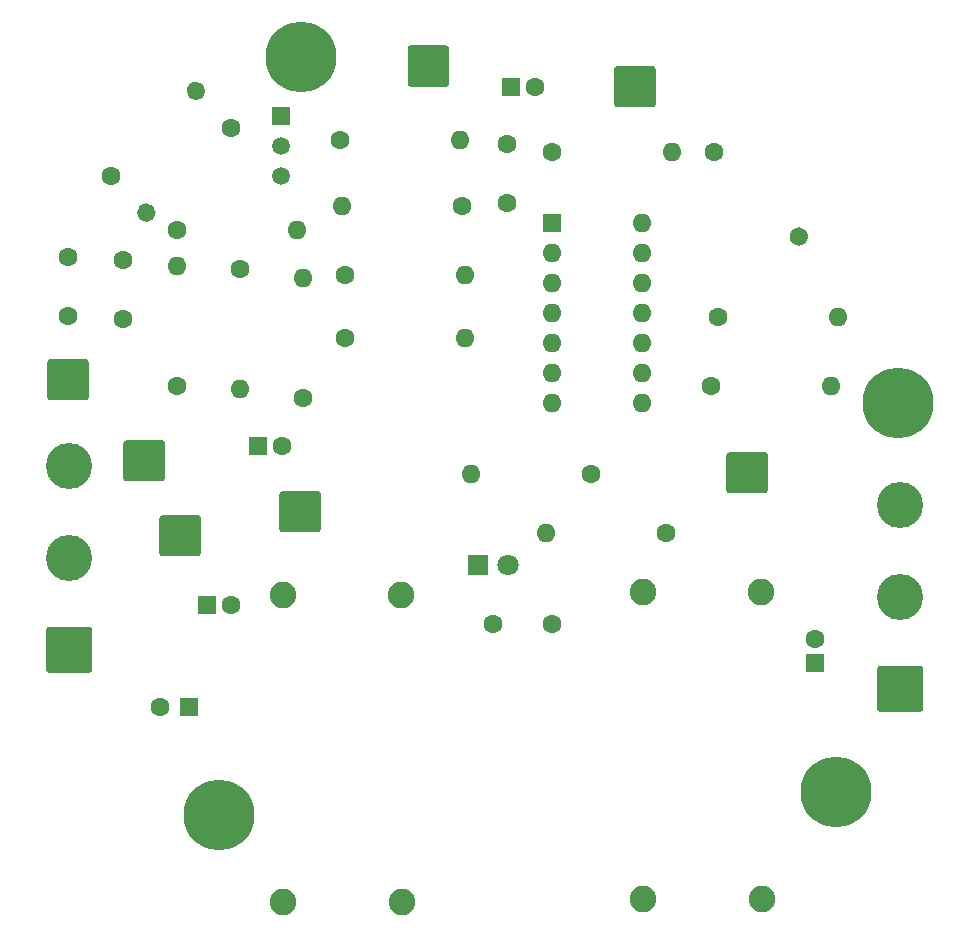
<source format=gts>
%TF.GenerationSoftware,KiCad,Pcbnew,(5.1.12)-1*%
%TF.CreationDate,2022-05-06T09:07:05-07:00*%
%TF.ProjectId,HarmonicTremolo_V01,4861726d-6f6e-4696-9354-72656d6f6c6f,rev?*%
%TF.SameCoordinates,Original*%
%TF.FileFunction,Soldermask,Top*%
%TF.FilePolarity,Negative*%
%FSLAX46Y46*%
G04 Gerber Fmt 4.6, Leading zero omitted, Abs format (unit mm)*
G04 Created by KiCad (PCBNEW (5.1.12)-1) date 2022-05-06 09:07:05*
%MOMM*%
%LPD*%
G01*
G04 APERTURE LIST*
%ADD10C,1.600000*%
%ADD11R,1.600000X1.600000*%
%ADD12C,3.900000*%
%ADD13C,2.250000*%
%ADD14R,1.800000X1.800000*%
%ADD15C,1.800000*%
%ADD16C,1.500000*%
%ADD17R,1.500000X1.500000*%
%ADD18O,1.600000X1.600000*%
%ADD19C,6.000000*%
%ADD20C,3.400000*%
G04 APERTURE END LIST*
D10*
%TO.C,C2*%
X170180000Y-84328000D03*
X170180000Y-79328000D03*
%TD*%
%TO.C,C8*%
X137668000Y-89154000D03*
X137668000Y-94154000D03*
%TD*%
%TO.C,C5*%
X140756000Y-127000000D03*
D11*
X143256000Y-127000000D03*
%TD*%
D12*
%TO.C,Intensity1*%
X203454000Y-109876000D03*
X203454000Y-117676000D03*
G36*
G01*
X205153999Y-127426000D02*
X201754001Y-127426000D01*
G75*
G02*
X201504000Y-127175999I0J250001D01*
G01*
X201504000Y-123776001D01*
G75*
G02*
X201754001Y-123526000I250001J0D01*
G01*
X205153999Y-123526000D01*
G75*
G02*
X205404000Y-123776001I0J-250001D01*
G01*
X205404000Y-127175999D01*
G75*
G02*
X205153999Y-127426000I-250001J0D01*
G01*
G37*
%TD*%
%TO.C,Rate1*%
X133096000Y-106574000D03*
X133096000Y-114374000D03*
G36*
G01*
X134795999Y-124124000D02*
X131396001Y-124124000D01*
G75*
G02*
X131146000Y-123873999I0J250001D01*
G01*
X131146000Y-120474001D01*
G75*
G02*
X131396001Y-120224000I250001J0D01*
G01*
X134795999Y-120224000D01*
G75*
G02*
X135046000Y-120474001I0J-250001D01*
G01*
X135046000Y-123873999D01*
G75*
G02*
X134795999Y-124124000I-250001J0D01*
G01*
G37*
%TD*%
D13*
%TO.C,U4*%
X191690000Y-117302000D03*
X181690000Y-117302000D03*
X191770000Y-143302000D03*
X181690000Y-143302000D03*
%TD*%
%TO.C,U5*%
X161210000Y-117556000D03*
X151210000Y-117556000D03*
X161290000Y-143556000D03*
X151210000Y-143556000D03*
%TD*%
D10*
%TO.C,C1*%
X133000000Y-93900000D03*
X133000000Y-88900000D03*
%TD*%
%TO.C,C3*%
X172500000Y-74500000D03*
D11*
X170500000Y-74500000D03*
%TD*%
D10*
%TO.C,C4*%
X169000000Y-120000000D03*
X174000000Y-120000000D03*
%TD*%
D11*
%TO.C,C6*%
X144780000Y-118364000D03*
D10*
X146780000Y-118364000D03*
%TD*%
D11*
%TO.C,C7*%
X196250000Y-123250000D03*
D10*
X196250000Y-121250000D03*
%TD*%
D14*
%TO.C,D2*%
X167750000Y-115000000D03*
D15*
X170290000Y-115000000D03*
%TD*%
%TO.C,J1*%
G36*
G01*
X137696000Y-107671999D02*
X137696000Y-104672001D01*
G75*
G02*
X137946001Y-104422000I250001J0D01*
G01*
X140945999Y-104422000D01*
G75*
G02*
X141196000Y-104672001I0J-250001D01*
G01*
X141196000Y-107671999D01*
G75*
G02*
X140945999Y-107922000I-250001J0D01*
G01*
X137946001Y-107922000D01*
G75*
G02*
X137696000Y-107671999I0J250001D01*
G01*
G37*
%TD*%
%TO.C,J2*%
G36*
G01*
X150904000Y-111989999D02*
X150904000Y-108990001D01*
G75*
G02*
X151154001Y-108740000I250001J0D01*
G01*
X154153999Y-108740000D01*
G75*
G02*
X154404000Y-108990001I0J-250001D01*
G01*
X154404000Y-111989999D01*
G75*
G02*
X154153999Y-112240000I-250001J0D01*
G01*
X151154001Y-112240000D01*
G75*
G02*
X150904000Y-111989999I0J250001D01*
G01*
G37*
%TD*%
%TO.C,J3*%
G36*
G01*
X188750000Y-108687999D02*
X188750000Y-105688001D01*
G75*
G02*
X189000001Y-105438000I250001J0D01*
G01*
X191999999Y-105438000D01*
G75*
G02*
X192250000Y-105688001I0J-250001D01*
G01*
X192250000Y-108687999D01*
G75*
G02*
X191999999Y-108938000I-250001J0D01*
G01*
X189000001Y-108938000D01*
G75*
G02*
X188750000Y-108687999I0J250001D01*
G01*
G37*
%TD*%
%TO.C,J4*%
G36*
G01*
X140744000Y-114021999D02*
X140744000Y-111022001D01*
G75*
G02*
X140994001Y-110772000I250001J0D01*
G01*
X143993999Y-110772000D01*
G75*
G02*
X144244000Y-111022001I0J-250001D01*
G01*
X144244000Y-114021999D01*
G75*
G02*
X143993999Y-114272000I-250001J0D01*
G01*
X140994001Y-114272000D01*
G75*
G02*
X140744000Y-114021999I0J250001D01*
G01*
G37*
%TD*%
%TO.C,J5*%
G36*
G01*
X131250000Y-100813999D02*
X131250000Y-97814001D01*
G75*
G02*
X131500001Y-97564000I250001J0D01*
G01*
X134499999Y-97564000D01*
G75*
G02*
X134750000Y-97814001I0J-250001D01*
G01*
X134750000Y-100813999D01*
G75*
G02*
X134499999Y-101064000I-250001J0D01*
G01*
X131500001Y-101064000D01*
G75*
G02*
X131250000Y-100813999I0J250001D01*
G01*
G37*
%TD*%
%TO.C,J6*%
G36*
G01*
X179250000Y-75999999D02*
X179250000Y-73000001D01*
G75*
G02*
X179500001Y-72750000I250001J0D01*
G01*
X182499999Y-72750000D01*
G75*
G02*
X182750000Y-73000001I0J-250001D01*
G01*
X182750000Y-75999999D01*
G75*
G02*
X182499999Y-76250000I-250001J0D01*
G01*
X179500001Y-76250000D01*
G75*
G02*
X179250000Y-75999999I0J250001D01*
G01*
G37*
%TD*%
%TO.C,J7*%
G36*
G01*
X161750000Y-74249999D02*
X161750000Y-71250001D01*
G75*
G02*
X162000001Y-71000000I250001J0D01*
G01*
X164999999Y-71000000D01*
G75*
G02*
X165250000Y-71250001I0J-250001D01*
G01*
X165250000Y-74249999D01*
G75*
G02*
X164999999Y-74500000I-250001J0D01*
G01*
X162000001Y-74500000D01*
G75*
G02*
X161750000Y-74249999I0J250001D01*
G01*
G37*
%TD*%
D16*
%TO.C,Q1*%
X151000000Y-79540000D03*
X151000000Y-82080000D03*
D17*
X151000000Y-77000000D03*
%TD*%
D18*
%TO.C,R1*%
X152908000Y-90678000D03*
D10*
X152908000Y-100838000D03*
%TD*%
%TO.C,R2*%
G36*
G01*
X140193480Y-84596520D02*
X140193480Y-84596520D01*
G75*
G02*
X140193480Y-85727890I-565685J-565685D01*
G01*
X140193480Y-85727890D01*
G75*
G02*
X139062110Y-85727890I-565685J565685D01*
G01*
X139062110Y-85727890D01*
G75*
G02*
X139062110Y-84596520I565685J565685D01*
G01*
X139062110Y-84596520D01*
G75*
G02*
X140193480Y-84596520I565685J-565685D01*
G01*
G37*
X146812000Y-77978000D03*
%TD*%
%TO.C,R3*%
X147574000Y-89916000D03*
D18*
X147574000Y-100076000D03*
%TD*%
%TO.C,R4*%
X173482000Y-112268000D03*
D10*
X183642000Y-112268000D03*
%TD*%
%TO.C,R5*%
X173990000Y-80010000D03*
D18*
X184150000Y-80010000D03*
%TD*%
%TO.C,R6*%
X152400000Y-86614000D03*
D10*
X142240000Y-86614000D03*
%TD*%
D18*
%TO.C,R7*%
X142240000Y-89662000D03*
D10*
X142240000Y-99822000D03*
%TD*%
D18*
%TO.C,R8*%
X167090000Y-107250000D03*
D10*
X177250000Y-107250000D03*
%TD*%
%TO.C,R9*%
X187706000Y-80010000D03*
G36*
G01*
X194324520Y-86628520D02*
X194324520Y-86628520D01*
G75*
G02*
X195455890Y-86628520I565685J-565685D01*
G01*
X195455890Y-86628520D01*
G75*
G02*
X195455890Y-87759890I-565685J-565685D01*
G01*
X195455890Y-87759890D01*
G75*
G02*
X194324520Y-87759890I-565685J565685D01*
G01*
X194324520Y-87759890D01*
G75*
G02*
X194324520Y-86628520I565685J565685D01*
G01*
G37*
%TD*%
%TO.C,R10*%
X136652000Y-82042000D03*
G36*
G01*
X143270520Y-75423480D02*
X143270520Y-75423480D01*
G75*
G02*
X143270520Y-74292110I565685J565685D01*
G01*
X143270520Y-74292110D01*
G75*
G02*
X144401890Y-74292110I565685J-565685D01*
G01*
X144401890Y-74292110D01*
G75*
G02*
X144401890Y-75423480I-565685J-565685D01*
G01*
X144401890Y-75423480D01*
G75*
G02*
X143270520Y-75423480I-565685J565685D01*
G01*
G37*
%TD*%
D18*
%TO.C,R11*%
X166160000Y-79000000D03*
D10*
X156000000Y-79000000D03*
%TD*%
D18*
%TO.C,R12*%
X198160000Y-94000000D03*
D10*
X188000000Y-94000000D03*
%TD*%
%TO.C,R13*%
X166370000Y-84582000D03*
D18*
X156210000Y-84582000D03*
%TD*%
D10*
%TO.C,R14*%
X156464000Y-95758000D03*
D18*
X166624000Y-95758000D03*
%TD*%
D10*
%TO.C,R15*%
X187452000Y-99822000D03*
D18*
X197612000Y-99822000D03*
%TD*%
D10*
%TO.C,R16*%
X156464000Y-90424000D03*
D18*
X166624000Y-90424000D03*
%TD*%
D11*
%TO.C,U1*%
X174000000Y-86000000D03*
D18*
X181620000Y-101240000D03*
X174000000Y-88540000D03*
X181620000Y-98700000D03*
X174000000Y-91080000D03*
X181620000Y-96160000D03*
X174000000Y-93620000D03*
X181620000Y-93620000D03*
X174000000Y-96160000D03*
X181620000Y-91080000D03*
X174000000Y-98700000D03*
X181620000Y-88540000D03*
X174000000Y-101240000D03*
X181620000Y-86000000D03*
%TD*%
D19*
%TO.C,H1*%
X203250000Y-101250000D03*
D20*
X203250000Y-101250000D03*
%TD*%
%TO.C,H2*%
X152750000Y-72000000D03*
D19*
X152750000Y-72000000D03*
%TD*%
D20*
%TO.C,H3*%
X145796000Y-136144000D03*
D19*
X145796000Y-136144000D03*
%TD*%
D11*
%TO.C,C9*%
X149098000Y-104902000D03*
D10*
X151098000Y-104902000D03*
%TD*%
D20*
%TO.C,H4*%
X198000000Y-134250000D03*
D19*
X198000000Y-134250000D03*
%TD*%
M02*

</source>
